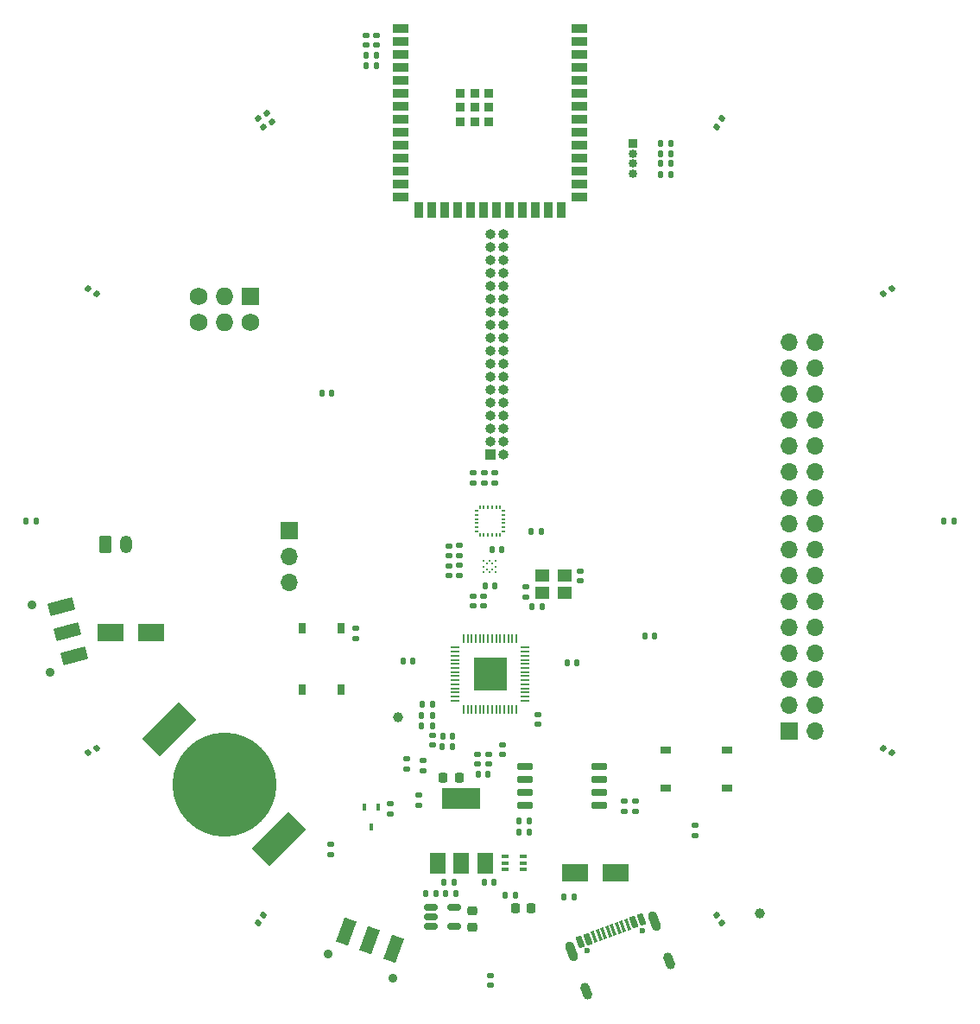
<source format=gbr>
%TF.GenerationSoftware,KiCad,Pcbnew,(6.0.8)*%
%TF.CreationDate,2022-10-27T23:25:15+02:00*%
%TF.ProjectId,Badge,42616467-652e-46b6-9963-61645f706362,rev?*%
%TF.SameCoordinates,Original*%
%TF.FileFunction,Soldermask,Top*%
%TF.FilePolarity,Negative*%
%FSLAX46Y46*%
G04 Gerber Fmt 4.6, Leading zero omitted, Abs format (unit mm)*
G04 Created by KiCad (PCBNEW (6.0.8)) date 2022-10-27 23:25:15*
%MOMM*%
%LPD*%
G01*
G04 APERTURE LIST*
G04 Aperture macros list*
%AMRoundRect*
0 Rectangle with rounded corners*
0 $1 Rounding radius*
0 $2 $3 $4 $5 $6 $7 $8 $9 X,Y pos of 4 corners*
0 Add a 4 corners polygon primitive as box body*
4,1,4,$2,$3,$4,$5,$6,$7,$8,$9,$2,$3,0*
0 Add four circle primitives for the rounded corners*
1,1,$1+$1,$2,$3*
1,1,$1+$1,$4,$5*
1,1,$1+$1,$6,$7*
1,1,$1+$1,$8,$9*
0 Add four rect primitives between the rounded corners*
20,1,$1+$1,$2,$3,$4,$5,0*
20,1,$1+$1,$4,$5,$6,$7,0*
20,1,$1+$1,$6,$7,$8,$9,0*
20,1,$1+$1,$8,$9,$2,$3,0*%
%AMHorizOval*
0 Thick line with rounded ends*
0 $1 width*
0 $2 $3 position (X,Y) of the first rounded end (center of the circle)*
0 $4 $5 position (X,Y) of the second rounded end (center of the circle)*
0 Add line between two ends*
20,1,$1,$2,$3,$4,$5,0*
0 Add two circle primitives to create the rounded ends*
1,1,$1,$2,$3*
1,1,$1,$4,$5*%
%AMRotRect*
0 Rectangle, with rotation*
0 The origin of the aperture is its center*
0 $1 length*
0 $2 width*
0 $3 Rotation angle, in degrees counterclockwise*
0 Add horizontal line*
21,1,$1,$2,0,0,$3*%
%AMFreePoly0*
4,1,6,0.175000,0.019000,0.175000,-0.100000,-0.175000,-0.100000,-0.175000,0.100000,0.094000,0.100000,0.175000,0.019000,0.175000,0.019000,$1*%
%AMFreePoly1*
4,1,6,0.175000,-0.019000,0.094000,-0.100000,-0.175000,-0.100000,-0.175000,0.100000,0.175000,0.100000,0.175000,-0.019000,0.175000,-0.019000,$1*%
%AMFreePoly2*
4,1,6,0.100000,-0.175000,-0.100000,-0.175000,-0.100000,0.094000,-0.019000,0.175000,0.100000,0.175000,0.100000,-0.175000,0.100000,-0.175000,$1*%
%AMFreePoly3*
4,1,6,0.100000,0.094000,0.100000,-0.175000,-0.100000,-0.175000,-0.100000,0.175000,0.019000,0.175000,0.100000,0.094000,0.100000,0.094000,$1*%
%AMFreePoly4*
4,1,6,0.175000,-0.100000,-0.094000,-0.100000,-0.175000,-0.019000,-0.175000,0.100000,0.175000,0.100000,0.175000,-0.100000,0.175000,-0.100000,$1*%
%AMFreePoly5*
4,1,6,0.175000,-0.100000,-0.175000,-0.100000,-0.175000,0.019000,-0.094000,0.100000,0.175000,0.100000,0.175000,-0.100000,0.175000,-0.100000,$1*%
%AMFreePoly6*
4,1,6,0.100000,-0.094000,0.019000,-0.175000,-0.100000,-0.175000,-0.100000,0.175000,0.100000,0.175000,0.100000,-0.094000,0.100000,-0.094000,$1*%
%AMFreePoly7*
4,1,6,0.100000,-0.175000,-0.019000,-0.175000,-0.100000,-0.094000,-0.100000,0.175000,0.100000,0.175000,0.100000,-0.175000,0.100000,-0.175000,$1*%
G04 Aperture macros list end*
%ADD10RoundRect,0.140000X-0.140000X-0.170000X0.140000X-0.170000X0.140000X0.170000X-0.140000X0.170000X0*%
%ADD11C,0.600000*%
%ADD12RotRect,0.600000X1.160000X20.000000*%
%ADD13RotRect,0.300000X1.160000X200.000000*%
%ADD14HorizOval,0.900000X-0.188111X0.516831X0.188111X-0.516831X0*%
%ADD15HorizOval,0.900000X-0.136808X0.375877X0.136808X-0.375877X0*%
%ADD16RoundRect,0.218750X0.218750X0.256250X-0.218750X0.256250X-0.218750X-0.256250X0.218750X-0.256250X0*%
%ADD17RoundRect,0.135000X0.135000X0.185000X-0.135000X0.185000X-0.135000X-0.185000X0.135000X-0.185000X0*%
%ADD18RoundRect,0.135000X0.185000X-0.135000X0.185000X0.135000X-0.185000X0.135000X-0.185000X-0.135000X0*%
%ADD19R,1.700000X1.700000*%
%ADD20O,1.700000X1.700000*%
%ADD21RoundRect,0.140000X0.206244X0.077224X-0.036244X0.217224X-0.206244X-0.077224X0.036244X-0.217224X0*%
%ADD22RoundRect,0.140000X-0.170000X0.140000X-0.170000X-0.140000X0.170000X-0.140000X0.170000X0.140000X0*%
%ADD23RoundRect,0.140000X0.140000X0.170000X-0.140000X0.170000X-0.140000X-0.170000X0.140000X-0.170000X0*%
%ADD24RoundRect,0.140000X-0.217224X0.036244X-0.077224X-0.206244X0.217224X-0.036244X0.077224X0.206244X0*%
%ADD25RoundRect,0.050000X0.387500X0.050000X-0.387500X0.050000X-0.387500X-0.050000X0.387500X-0.050000X0*%
%ADD26RoundRect,0.050000X0.050000X0.387500X-0.050000X0.387500X-0.050000X-0.387500X0.050000X-0.387500X0*%
%ADD27R,3.200000X3.200000*%
%ADD28FreePoly0,0.000000*%
%ADD29R,0.350000X0.200000*%
%ADD30FreePoly1,0.000000*%
%ADD31FreePoly2,0.000000*%
%ADD32R,0.200000X0.350000*%
%ADD33FreePoly3,0.000000*%
%ADD34FreePoly4,0.000000*%
%ADD35FreePoly5,0.000000*%
%ADD36FreePoly6,0.000000*%
%ADD37FreePoly7,0.000000*%
%ADD38RoundRect,0.135000X-0.185000X0.135000X-0.185000X-0.135000X0.185000X-0.135000X0.185000X0.135000X0*%
%ADD39RoundRect,0.135000X-0.135000X-0.185000X0.135000X-0.185000X0.135000X0.185000X-0.135000X0.185000X0*%
%ADD40RotRect,2.500000X5.100000X315.000000*%
%ADD41C,10.200000*%
%ADD42C,0.212500*%
%ADD43RoundRect,0.140000X-0.036244X-0.217224X0.206244X-0.077224X0.036244X0.217224X-0.206244X0.077224X0*%
%ADD44RoundRect,0.140000X-0.206244X-0.077224X0.036244X-0.217224X0.206244X0.077224X-0.036244X0.217224X0*%
%ADD45R,0.750000X1.000000*%
%ADD46RoundRect,0.140000X0.036244X0.217224X-0.206244X0.077224X-0.036244X-0.217224X0.206244X-0.077224X0*%
%ADD47RoundRect,0.250000X-0.350000X-0.625000X0.350000X-0.625000X0.350000X0.625000X-0.350000X0.625000X0*%
%ADD48O,1.200000X1.750000*%
%ADD49RoundRect,0.140000X0.170000X-0.140000X0.170000X0.140000X-0.170000X0.140000X-0.170000X-0.140000X0*%
%ADD50R,1.000000X1.000000*%
%ADD51O,1.000000X1.000000*%
%ADD52R,1.400000X1.200000*%
%ADD53C,1.000000*%
%ADD54R,1.500000X0.900000*%
%ADD55R,0.900000X1.500000*%
%ADD56R,0.900000X0.900000*%
%ADD57R,2.500000X1.800000*%
%ADD58RoundRect,0.150000X-0.512500X-0.150000X0.512500X-0.150000X0.512500X0.150000X-0.512500X0.150000X0*%
%ADD59R,0.850000X0.850000*%
%ADD60O,0.850000X0.850000*%
%ADD61RoundRect,0.140000X0.077224X-0.206244X0.217224X0.036244X-0.077224X0.206244X-0.217224X-0.036244X0*%
%ADD62RoundRect,0.140000X0.217224X-0.036244X0.077224X0.206244X-0.217224X0.036244X-0.077224X-0.206244X0*%
%ADD63R,1.500000X2.000000*%
%ADD64R,3.800000X2.000000*%
%ADD65R,0.660400X0.406400*%
%ADD66RoundRect,0.140000X-0.077224X0.206244X-0.217224X-0.036244X0.077224X-0.206244X0.217224X0.036244X0*%
%ADD67RoundRect,0.150000X0.650000X0.150000X-0.650000X0.150000X-0.650000X-0.150000X0.650000X-0.150000X0*%
%ADD68RoundRect,0.218750X-0.256250X0.218750X-0.256250X-0.218750X0.256250X-0.218750X0.256250X0.218750X0*%
%ADD69C,0.900000*%
%ADD70RotRect,1.250000X2.500000X340.000000*%
%ADD71R,1.000000X0.750000*%
%ADD72RotRect,1.250000X2.500000X285.000000*%
%ADD73R,0.450000X0.700000*%
%ADD74R,1.727200X1.727200*%
%ADD75C,1.727200*%
%ADD76O,1.727200X1.727200*%
G04 APERTURE END LIST*
D10*
%TO.C,C16*%
X93380000Y-117990000D03*
X94340000Y-117990000D03*
%TD*%
%TO.C,C26*%
X99530000Y-106340000D03*
X100490000Y-106340000D03*
%TD*%
D11*
%TO.C,P1*%
X114939782Y-140136776D03*
X109508359Y-142113653D03*
D12*
X108854513Y-141223605D03*
X109606267Y-140949989D03*
D13*
X110686914Y-140556666D03*
X111626606Y-140214646D03*
X112096453Y-140043635D03*
X113036145Y-139701615D03*
D12*
X114116792Y-139308292D03*
X114868546Y-139034676D03*
X114868546Y-139034676D03*
X114116792Y-139308292D03*
D13*
X113505992Y-139530605D03*
X112566299Y-139872625D03*
X111156760Y-140385656D03*
X110217067Y-140727676D03*
D12*
X109606267Y-140949989D03*
X108854513Y-141223605D03*
D14*
X108000429Y-142151689D03*
X116119373Y-139196635D03*
D15*
X109426653Y-146070207D03*
X117545597Y-143115153D03*
%TD*%
D16*
%TO.C,L1*%
X96977500Y-125120000D03*
X95402500Y-125120000D03*
%TD*%
D10*
%TO.C,C22*%
X100190000Y-102780000D03*
X101150000Y-102780000D03*
%TD*%
D17*
%TO.C,R20*%
X94330000Y-120050000D03*
X93310000Y-120050000D03*
%TD*%
D18*
%TO.C,R17*%
X93410000Y-124460000D03*
X93410000Y-123440000D03*
%TD*%
D19*
%TO.C,J3*%
X80310000Y-100930000D03*
D20*
X80310000Y-103470000D03*
X80310000Y-106010000D03*
%TD*%
D21*
%TO.C,C38*%
X139415692Y-122740000D03*
X138584308Y-122260000D03*
%TD*%
D22*
%TO.C,C10*%
X94330000Y-121020000D03*
X94330000Y-121980000D03*
%TD*%
D23*
%TO.C,C39*%
X145480000Y-100000000D03*
X144520000Y-100000000D03*
%TD*%
D24*
%TO.C,C30*%
X78150000Y-60074308D03*
X78630000Y-60905692D03*
%TD*%
D25*
%TO.C,U4*%
X103437500Y-117600000D03*
X103437500Y-117200000D03*
X103437500Y-116800000D03*
X103437500Y-116400000D03*
X103437500Y-116000000D03*
X103437500Y-115600000D03*
X103437500Y-115200000D03*
X103437500Y-114800000D03*
X103437500Y-114400000D03*
X103437500Y-114000000D03*
X103437500Y-113600000D03*
X103437500Y-113200000D03*
X103437500Y-112800000D03*
X103437500Y-112400000D03*
D26*
X102600000Y-111562500D03*
X102200000Y-111562500D03*
X101800000Y-111562500D03*
X101400000Y-111562500D03*
X101000000Y-111562500D03*
X100600000Y-111562500D03*
X100200000Y-111562500D03*
X99800000Y-111562500D03*
X99400000Y-111562500D03*
X99000000Y-111562500D03*
X98600000Y-111562500D03*
X98200000Y-111562500D03*
X97800000Y-111562500D03*
X97400000Y-111562500D03*
D25*
X96562500Y-112400000D03*
X96562500Y-112800000D03*
X96562500Y-113200000D03*
X96562500Y-113600000D03*
X96562500Y-114000000D03*
X96562500Y-114400000D03*
X96562500Y-114800000D03*
X96562500Y-115200000D03*
X96562500Y-115600000D03*
X96562500Y-116000000D03*
X96562500Y-116400000D03*
X96562500Y-116800000D03*
X96562500Y-117200000D03*
X96562500Y-117600000D03*
D26*
X97400000Y-118437500D03*
X97800000Y-118437500D03*
X98200000Y-118437500D03*
X98600000Y-118437500D03*
X99000000Y-118437500D03*
X99400000Y-118437500D03*
X99800000Y-118437500D03*
X100200000Y-118437500D03*
X100600000Y-118437500D03*
X101000000Y-118437500D03*
X101400000Y-118437500D03*
X101800000Y-118437500D03*
X102200000Y-118437500D03*
X102600000Y-118437500D03*
D27*
X100000000Y-115000000D03*
%TD*%
D10*
%TO.C,C33*%
X54520000Y-100000000D03*
X55480000Y-100000000D03*
%TD*%
D28*
%TO.C,U5*%
X98665000Y-99000000D03*
D29*
X98665000Y-99400000D03*
X98665000Y-99800000D03*
X98665000Y-100200000D03*
X98665000Y-100600000D03*
D30*
X98665000Y-101000000D03*
D31*
X99000000Y-101335000D03*
D32*
X99400000Y-101335000D03*
X99800000Y-101335000D03*
X100200000Y-101335000D03*
X100600000Y-101335000D03*
D33*
X101000000Y-101335000D03*
D34*
X101335000Y-101000000D03*
D29*
X101335000Y-100600000D03*
X101335000Y-100200000D03*
X101335000Y-99800000D03*
X101335000Y-99400000D03*
D35*
X101335000Y-99000000D03*
D36*
X101000000Y-98665000D03*
D32*
X100600000Y-98665000D03*
X100200000Y-98665000D03*
X99800000Y-98665000D03*
X99400000Y-98665000D03*
D37*
X99000000Y-98665000D03*
%TD*%
D38*
%TO.C,R15*%
X90230000Y-127710000D03*
X90230000Y-128730000D03*
%TD*%
D39*
%TO.C,R9*%
X116750000Y-63990000D03*
X117770000Y-63990000D03*
%TD*%
%TO.C,R19*%
X93310000Y-119020000D03*
X94330000Y-119020000D03*
%TD*%
D23*
%TO.C,C14*%
X108520000Y-113860000D03*
X107560000Y-113860000D03*
%TD*%
D10*
%TO.C,C42*%
X95500000Y-135410000D03*
X96460000Y-135410000D03*
%TD*%
D40*
%TO.C,BT1*%
X79324012Y-131204012D03*
X68575988Y-120455988D03*
D41*
X73950000Y-125830000D03*
%TD*%
D38*
%TO.C,R24*%
X100450000Y-95280000D03*
X100450000Y-96300000D03*
%TD*%
D42*
%TO.C,U6*%
X99399000Y-103899000D03*
X99965000Y-103899000D03*
X100531000Y-103899000D03*
X99682000Y-104182000D03*
X100248000Y-104182000D03*
X99399000Y-104465000D03*
X100531000Y-104465000D03*
X99682000Y-104748000D03*
X100248000Y-104748000D03*
X99399000Y-105031000D03*
X99965000Y-105031000D03*
X100531000Y-105031000D03*
%TD*%
D16*
%TO.C,LED3*%
X104037500Y-137980000D03*
X102462500Y-137980000D03*
%TD*%
D43*
%TO.C,C34*%
X60584308Y-122740000D03*
X61415692Y-122260000D03*
%TD*%
D44*
%TO.C,C32*%
X60584308Y-77260000D03*
X61415692Y-77740000D03*
%TD*%
D45*
%TO.C,SW2*%
X85365000Y-110480000D03*
X85365000Y-116480000D03*
X81615000Y-116480000D03*
X81615000Y-110480000D03*
%TD*%
D17*
%TO.C,R4*%
X94720000Y-136480000D03*
X93700000Y-136480000D03*
%TD*%
D46*
%TO.C,C40*%
X139415692Y-77260000D03*
X138584308Y-77740000D03*
%TD*%
D23*
%TO.C,C19*%
X84480000Y-87440000D03*
X83520000Y-87440000D03*
%TD*%
D47*
%TO.C,J1*%
X62320000Y-102320000D03*
D48*
X64320000Y-102320000D03*
%TD*%
D38*
%TO.C,R22*%
X98390000Y-95280000D03*
X98390000Y-96300000D03*
%TD*%
D10*
%TO.C,C2*%
X102850000Y-129410000D03*
X103810000Y-129410000D03*
%TD*%
D49*
%TO.C,C15*%
X104680000Y-119930000D03*
X104680000Y-118970000D03*
%TD*%
D50*
%TO.C,J5*%
X100000000Y-93520000D03*
D51*
X101270000Y-93520000D03*
X100000000Y-92250000D03*
X101270000Y-92250000D03*
X100000000Y-90980000D03*
X101270000Y-90980000D03*
X100000000Y-89710000D03*
X101270000Y-89710000D03*
X100000000Y-88440000D03*
X101270000Y-88440000D03*
X100000000Y-87170000D03*
X101270000Y-87170000D03*
X100000000Y-85900000D03*
X101270000Y-85900000D03*
X100000000Y-84630000D03*
X101270000Y-84630000D03*
X100000000Y-83360000D03*
X101270000Y-83360000D03*
X100000000Y-82090000D03*
X101270000Y-82090000D03*
X100000000Y-80820000D03*
X101270000Y-80820000D03*
X100000000Y-79550000D03*
X101270000Y-79550000D03*
X100000000Y-78280000D03*
X101270000Y-78280000D03*
X100000000Y-77010000D03*
X101270000Y-77010000D03*
X100000000Y-75740000D03*
X101270000Y-75740000D03*
X100000000Y-74470000D03*
X101270000Y-74470000D03*
X100000000Y-73200000D03*
X101270000Y-73200000D03*
X100000000Y-71930000D03*
X101270000Y-71930000D03*
%TD*%
D49*
%TO.C,C17*%
X98810000Y-123840000D03*
X98810000Y-122880000D03*
%TD*%
D39*
%TO.C,R8*%
X116750000Y-62980000D03*
X117770000Y-62980000D03*
%TD*%
D24*
%TO.C,C31*%
X77260000Y-60584308D03*
X77740000Y-61415692D03*
%TD*%
D49*
%TO.C,C29*%
X88840000Y-53380000D03*
X88840000Y-52420000D03*
%TD*%
D52*
%TO.C,Y1*%
X105090000Y-107020000D03*
X107290000Y-107020000D03*
X107290000Y-105320000D03*
X105090000Y-105320000D03*
%TD*%
D17*
%TO.C,R16*%
X103850000Y-130510000D03*
X102830000Y-130510000D03*
%TD*%
D39*
%TO.C,R14*%
X116740000Y-66020000D03*
X117760000Y-66020000D03*
%TD*%
D53*
%TO.C,TP2*%
X90970000Y-119260000D03*
%TD*%
%TO.C,TP1*%
X126490000Y-138470000D03*
%TD*%
D54*
%TO.C,U7*%
X91250000Y-51740000D03*
X91250000Y-53010000D03*
X91250000Y-54280000D03*
X91250000Y-55550000D03*
X91250000Y-56820000D03*
X91250000Y-58090000D03*
X91250000Y-59360000D03*
X91250000Y-60630000D03*
X91250000Y-61900000D03*
X91250000Y-63170000D03*
X91250000Y-64440000D03*
X91250000Y-65710000D03*
X91250000Y-66980000D03*
X91250000Y-68250000D03*
D55*
X93015000Y-69500000D03*
X94285000Y-69500000D03*
X95555000Y-69500000D03*
X96825000Y-69500000D03*
X98095000Y-69500000D03*
X99365000Y-69500000D03*
X100635000Y-69500000D03*
X101905000Y-69500000D03*
X103175000Y-69500000D03*
X104445000Y-69500000D03*
X105715000Y-69500000D03*
X106985000Y-69500000D03*
D54*
X108750000Y-68250000D03*
X108750000Y-66980000D03*
X108750000Y-65710000D03*
X108750000Y-64440000D03*
X108750000Y-63170000D03*
X108750000Y-61900000D03*
X108750000Y-60630000D03*
X108750000Y-59360000D03*
X108750000Y-58090000D03*
X108750000Y-56820000D03*
X108750000Y-55550000D03*
X108750000Y-54280000D03*
X108750000Y-53010000D03*
X108750000Y-51740000D03*
D56*
X97100000Y-59460000D03*
X99900000Y-59460000D03*
X99900000Y-60860000D03*
X98500000Y-60860000D03*
X99900000Y-58060000D03*
X98500000Y-59460000D03*
X97100000Y-58060000D03*
X97100000Y-60860000D03*
X98500000Y-58060000D03*
%TD*%
D57*
%TO.C,D16*%
X66770000Y-110920000D03*
X62770000Y-110920000D03*
%TD*%
D58*
%TO.C,U2*%
X94172500Y-137860000D03*
X94172500Y-138810000D03*
X94172500Y-139760000D03*
X96447500Y-139760000D03*
X96447500Y-137860000D03*
%TD*%
D10*
%TO.C,C1*%
X107260000Y-136880000D03*
X108220000Y-136880000D03*
%TD*%
D59*
%TO.C,J2*%
X114000000Y-63000000D03*
D60*
X114000000Y-64000000D03*
X114000000Y-65000000D03*
X114000000Y-66000000D03*
%TD*%
D22*
%TO.C,C13*%
X99370000Y-107350000D03*
X99370000Y-108310000D03*
%TD*%
D39*
%TO.C,R25*%
X87830000Y-54370000D03*
X88850000Y-54370000D03*
%TD*%
D22*
%TO.C,C24*%
X97020000Y-104370000D03*
X97020000Y-105330000D03*
%TD*%
D39*
%TO.C,R11*%
X101450000Y-136630000D03*
X102470000Y-136630000D03*
%TD*%
D23*
%TO.C,C6*%
X99800000Y-124820000D03*
X98840000Y-124820000D03*
%TD*%
D57*
%TO.C,D15*%
X108300000Y-134500000D03*
X112300000Y-134500000D03*
%TD*%
D61*
%TO.C,C35*%
X77260000Y-139415692D03*
X77740000Y-138584308D03*
%TD*%
D49*
%TO.C,C18*%
X99860000Y-123830000D03*
X99860000Y-122870000D03*
%TD*%
D62*
%TO.C,C37*%
X122740000Y-139415692D03*
X122260000Y-138584308D03*
%TD*%
D10*
%TO.C,C12*%
X91490000Y-113690000D03*
X92450000Y-113690000D03*
%TD*%
D49*
%TO.C,C36*%
X100000000Y-145480000D03*
X100000000Y-144520000D03*
%TD*%
%TO.C,C28*%
X87840000Y-53380000D03*
X87840000Y-52420000D03*
%TD*%
D63*
%TO.C,U3*%
X94900000Y-133520000D03*
X97200000Y-133520000D03*
D64*
X97200000Y-127220000D03*
D63*
X99500000Y-133520000D03*
%TD*%
D17*
%TO.C,R5*%
X96690000Y-136490000D03*
X95670000Y-136490000D03*
%TD*%
D23*
%TO.C,C21*%
X105000000Y-101000000D03*
X104040000Y-101000000D03*
%TD*%
D18*
%TO.C,R3*%
X113190000Y-128440000D03*
X113190000Y-127420000D03*
%TD*%
D49*
%TO.C,C8*%
X98340000Y-108310000D03*
X98340000Y-107350000D03*
%TD*%
D10*
%TO.C,C5*%
X99410000Y-135400000D03*
X100370000Y-135400000D03*
%TD*%
D49*
%TO.C,C9*%
X101210000Y-122890000D03*
X101210000Y-121930000D03*
%TD*%
D23*
%TO.C,C7*%
X96300000Y-122150000D03*
X95340000Y-122150000D03*
%TD*%
D65*
%TO.C,Q1*%
X103252650Y-134160400D03*
X103252650Y-133500000D03*
X103252650Y-132839600D03*
X101449250Y-132839600D03*
X101449250Y-133500000D03*
X101449250Y-134160400D03*
%TD*%
D66*
%TO.C,C41*%
X122740000Y-60584308D03*
X122260000Y-61415692D03*
%TD*%
D22*
%TO.C,C23*%
X95990000Y-104380000D03*
X95990000Y-105340000D03*
%TD*%
%TO.C,C4*%
X103520000Y-106460000D03*
X103520000Y-107420000D03*
%TD*%
D38*
%TO.C,R2*%
X86860000Y-110490000D03*
X86860000Y-111510000D03*
%TD*%
%TO.C,R13*%
X120070000Y-129840000D03*
X120070000Y-130860000D03*
%TD*%
D67*
%TO.C,U1*%
X110670000Y-127905000D03*
X110670000Y-126635000D03*
X110670000Y-125365000D03*
X110670000Y-124095000D03*
X103470000Y-124095000D03*
X103470000Y-125365000D03*
X103470000Y-126635000D03*
X103470000Y-127905000D03*
%TD*%
D39*
%TO.C,R12*%
X116740000Y-65000000D03*
X117760000Y-65000000D03*
%TD*%
D68*
%TO.C,LED1*%
X98260000Y-138212500D03*
X98260000Y-139787500D03*
%TD*%
D69*
%TO.C,SW3*%
X84085045Y-142467132D03*
X90474955Y-144792868D03*
D70*
X85871324Y-140190795D03*
X88220555Y-141045845D03*
X90569787Y-141900896D03*
%TD*%
D18*
%TO.C,R1*%
X114280000Y-128440000D03*
X114280000Y-127420000D03*
%TD*%
%TO.C,R23*%
X97010000Y-103430000D03*
X97010000Y-102410000D03*
%TD*%
D23*
%TO.C,C11*%
X96310000Y-121070000D03*
X95350000Y-121070000D03*
%TD*%
D71*
%TO.C,SW1*%
X117200000Y-122445000D03*
X123200000Y-122445000D03*
X123200000Y-126195000D03*
X117200000Y-126195000D03*
%TD*%
D49*
%TO.C,C43*%
X93040000Y-127830000D03*
X93040000Y-126870000D03*
%TD*%
D22*
%TO.C,C25*%
X95990000Y-102460000D03*
X95990000Y-103420000D03*
%TD*%
D38*
%TO.C,R21*%
X99420000Y-95280000D03*
X99420000Y-96300000D03*
%TD*%
D17*
%TO.C,R7*%
X105090000Y-108430000D03*
X104070000Y-108430000D03*
%TD*%
D23*
%TO.C,C20*%
X116120000Y-111290000D03*
X115160000Y-111290000D03*
%TD*%
D19*
%TO.C,J4*%
X129340000Y-120560000D03*
D20*
X131880000Y-120560000D03*
X129340000Y-118020000D03*
X131880000Y-118020000D03*
X129340000Y-115480000D03*
X131880000Y-115480000D03*
X129340000Y-112940000D03*
X131880000Y-112940000D03*
X129340000Y-110400000D03*
X131880000Y-110400000D03*
X129340000Y-107860000D03*
X131880000Y-107860000D03*
X129340000Y-105320000D03*
X131880000Y-105320000D03*
X129340000Y-102780000D03*
X131880000Y-102780000D03*
X129340000Y-100240000D03*
X131880000Y-100240000D03*
X129340000Y-97700000D03*
X131880000Y-97700000D03*
X129340000Y-95160000D03*
X131880000Y-95160000D03*
X129340000Y-92620000D03*
X131880000Y-92620000D03*
X129340000Y-90080000D03*
X131880000Y-90080000D03*
X129340000Y-87540000D03*
X131880000Y-87540000D03*
X129340000Y-85000000D03*
X131880000Y-85000000D03*
X129340000Y-82460000D03*
X131880000Y-82460000D03*
%TD*%
D38*
%TO.C,R18*%
X91820000Y-123300000D03*
X91820000Y-124320000D03*
%TD*%
D49*
%TO.C,C3*%
X108870000Y-105860000D03*
X108870000Y-104900000D03*
%TD*%
D69*
%TO.C,SW4*%
X56819985Y-114814148D03*
X55060015Y-108245852D03*
D72*
X57949248Y-108403433D03*
X58596296Y-110818248D03*
X59243344Y-113233062D03*
%TD*%
D73*
%TO.C,Q2*%
X89000000Y-128000000D03*
X87700000Y-128000000D03*
X88350000Y-130000000D03*
%TD*%
D18*
%TO.C,R10*%
X84400000Y-132660000D03*
X84400000Y-131640000D03*
%TD*%
D10*
%TO.C,C27*%
X87870000Y-55400000D03*
X88830000Y-55400000D03*
%TD*%
D74*
%TO.C,X1*%
X76530000Y-77960000D03*
D75*
X76530000Y-80500000D03*
D76*
X73990000Y-77960000D03*
X73990000Y-80500000D03*
D75*
X71450000Y-77960000D03*
X71450000Y-80500000D03*
%TD*%
M02*

</source>
